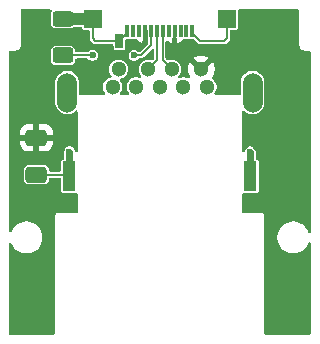
<source format=gbr>
%TF.GenerationSoftware,KiCad,Pcbnew,9.0.7*%
%TF.CreationDate,2026-02-26T13:16:19-05:00*%
%TF.ProjectId,Mouse Dongle Card,4d6f7573-6520-4446-9f6e-676c65204361,X1*%
%TF.SameCoordinates,Original*%
%TF.FileFunction,Copper,L1,Top*%
%TF.FilePolarity,Positive*%
%FSLAX46Y46*%
G04 Gerber Fmt 4.6, Leading zero omitted, Abs format (unit mm)*
G04 Created by KiCad (PCBNEW 9.0.7) date 2026-02-26 13:16:19*
%MOMM*%
%LPD*%
G01*
G04 APERTURE LIST*
G04 Aperture macros list*
%AMRoundRect*
0 Rectangle with rounded corners*
0 $1 Rounding radius*
0 $2 $3 $4 $5 $6 $7 $8 $9 X,Y pos of 4 corners*
0 Add a 4 corners polygon primitive as box body*
4,1,4,$2,$3,$4,$5,$6,$7,$8,$9,$2,$3,0*
0 Add four circle primitives for the rounded corners*
1,1,$1+$1,$2,$3*
1,1,$1+$1,$4,$5*
1,1,$1+$1,$6,$7*
1,1,$1+$1,$8,$9*
0 Add four rect primitives between the rounded corners*
20,1,$1+$1,$2,$3,$4,$5,0*
20,1,$1+$1,$4,$5,$6,$7,0*
20,1,$1+$1,$6,$7,$8,$9,0*
20,1,$1+$1,$8,$9,$2,$3,0*%
G04 Aperture macros list end*
%TA.AperFunction,SMDPad,CuDef*%
%ADD10R,1.500000X1.500000*%
%TD*%
%TA.AperFunction,SMDPad,CuDef*%
%ADD11RoundRect,0.250000X-0.650000X0.412500X-0.650000X-0.412500X0.650000X-0.412500X0.650000X0.412500X0*%
%TD*%
%TA.AperFunction,ComponentPad*%
%ADD12C,1.300000*%
%TD*%
%TA.AperFunction,ComponentPad*%
%ADD13O,1.676400X3.352800*%
%TD*%
%TA.AperFunction,SMDPad,CuDef*%
%ADD14R,1.100000X2.500000*%
%TD*%
%TA.AperFunction,SMDPad,CuDef*%
%ADD15RoundRect,0.250000X0.625000X-0.400000X0.625000X0.400000X-0.625000X0.400000X-0.625000X-0.400000X0*%
%TD*%
%TA.AperFunction,SMDPad,CuDef*%
%ADD16R,0.380000X1.000000*%
%TD*%
%TA.AperFunction,SMDPad,CuDef*%
%ADD17R,0.700000X1.150000*%
%TD*%
%TA.AperFunction,ViaPad*%
%ADD18C,0.500000*%
%TD*%
%TA.AperFunction,ViaPad*%
%ADD19C,0.600000*%
%TD*%
%TA.AperFunction,Conductor*%
%ADD20C,0.400000*%
%TD*%
%TA.AperFunction,Conductor*%
%ADD21C,0.200000*%
%TD*%
%TA.AperFunction,Conductor*%
%ADD22C,0.600000*%
%TD*%
%TA.AperFunction,Conductor*%
%ADD23C,1.000000*%
%TD*%
G04 APERTURE END LIST*
D10*
%TO.P,GP1,1,1*%
%TO.N,GND*%
X102600000Y-121960000D03*
%TD*%
%TO.P,GP3,1,1*%
%TO.N,GND*%
X114000000Y-121960000D03*
%TD*%
D11*
%TO.P,C1,1*%
%TO.N,VBUS*%
X97850000Y-132017500D03*
%TO.P,C1,2*%
%TO.N,GND*%
X97850000Y-135142500D03*
%TD*%
D12*
%TO.P,J1,1,VBUS*%
%TO.N,VBUS*%
X111800000Y-126210000D03*
%TO.P,J1,2,D-*%
%TO.N,/USB_DN*%
X109300000Y-126210000D03*
%TO.P,J1,3,D+*%
%TO.N,/USB_DP*%
X107300000Y-126210000D03*
%TO.P,J1,4,GND*%
%TO.N,GND*%
X104800000Y-126210000D03*
%TO.P,J1,5,STDA_SSRX-*%
%TO.N,unconnected-(J1-STDA_SSRX--Pad5)*%
X104300000Y-127710000D03*
%TO.P,J1,6,STDA_SSRX+*%
%TO.N,unconnected-(J1-STDA_SSRX+-Pad6)*%
X106300000Y-127710000D03*
%TO.P,J1,7,GND_DRAIN*%
%TO.N,GND*%
X108300000Y-127710000D03*
%TO.P,J1,8,STDA_SSTX-*%
%TO.N,unconnected-(J1-STDA_SSTX--Pad8)*%
X110300000Y-127710000D03*
%TO.P,J1,9,STDA_SSTX+*%
%TO.N,unconnected-(J1-STDA_SSTX+-Pad9)*%
X112300000Y-127710000D03*
D13*
%TO.P,J1,S1*%
%TO.N,GND*%
X100450000Y-128190000D03*
%TO.P,J1,S2*%
X116150000Y-128190000D03*
D14*
%TO.P,J1,S3*%
X100650000Y-135290000D03*
%TO.P,J1,S4*%
X115950000Y-135290000D03*
%TD*%
D15*
%TO.P,R2,1*%
%TO.N,Net-(P1-CC)*%
X100100000Y-125050000D03*
%TO.P,R2,2*%
%TO.N,GND*%
X100100000Y-121950000D03*
%TD*%
D16*
%TO.P,P1,A1,GND*%
%TO.N,GND*%
X105550000Y-123000000D03*
%TO.P,P1,A2,TX1+*%
%TO.N,/USB_TX1+*%
X106050000Y-123000000D03*
%TO.P,P1,A3,TX1-*%
%TO.N,/USB_TX1-*%
X106550000Y-123000000D03*
%TO.P,P1,A4,VBUS*%
%TO.N,VBUS*%
X107050000Y-123000000D03*
%TO.P,P1,A5,CC*%
%TO.N,Net-(P1-CC)*%
X107550000Y-123000000D03*
%TO.P,P1,A6,D+*%
%TO.N,/USB_DP*%
X108050000Y-123000000D03*
%TO.P,P1,A7,D-*%
%TO.N,/USB_DN*%
X108550000Y-123000000D03*
%TO.P,P1,A8,SBU1*%
%TO.N,unconnected-(P1-SBU1-PadA8)*%
X109050000Y-123000000D03*
%TO.P,P1,A9,VBUS*%
%TO.N,VBUS*%
X109550000Y-123000000D03*
%TO.P,P1,A10,RX2-*%
%TO.N,unconnected-(P1-RX2--PadA10)*%
X110050000Y-123000000D03*
%TO.P,P1,A11,RX2+*%
%TO.N,unconnected-(P1-RX2+-PadA11)*%
X110550000Y-123000000D03*
%TO.P,P1,A12,GND*%
%TO.N,GND*%
X111050000Y-123000000D03*
D17*
%TO.P,P1,S1,SHIELD*%
X104880000Y-123840000D03*
%TD*%
D18*
%TO.N,VBUS*%
X107050000Y-123950000D03*
X109250000Y-124250000D03*
D19*
%TO.N,GND*%
X115950000Y-133210000D03*
X100650000Y-133200000D03*
D18*
X102158000Y-121531500D03*
X102158000Y-122420500D03*
X114477000Y-121531500D03*
X114477000Y-122420500D03*
X103047000Y-121531500D03*
X113524500Y-122420500D03*
X113524500Y-121531500D03*
X103047000Y-122420500D03*
D19*
%TO.N,Net-(P1-CC)*%
X102600000Y-125050000D03*
X106100000Y-125050000D03*
%TD*%
D20*
%TO.N,VBUS*%
X107050000Y-123950000D02*
X106800000Y-124200000D01*
X106800000Y-124200000D02*
X106400000Y-124200000D01*
X107050000Y-123950000D02*
X107050000Y-123000000D01*
D21*
%TO.N,Net-(P1-CC)*%
X106100000Y-125050000D02*
X106700000Y-125050000D01*
X106700000Y-125050000D02*
X107550000Y-124200000D01*
X107550000Y-124200000D02*
X107550000Y-123000000D01*
X102600000Y-125050000D02*
X100100000Y-125050000D01*
D22*
%TO.N,GND*%
X115950000Y-133210000D02*
X115950000Y-135300000D01*
X100650000Y-133200000D02*
X100650000Y-135290000D01*
D21*
X105550000Y-123170000D02*
X104880000Y-123840000D01*
X111050000Y-123000000D02*
X111050000Y-123150000D01*
X100502500Y-135142500D02*
X100650000Y-135290000D01*
X114000000Y-123590000D02*
X114000000Y-121960000D01*
X111050000Y-123170000D02*
X111720000Y-123840000D01*
X97850000Y-135142500D02*
X100502500Y-135142500D01*
X113750000Y-123840000D02*
X114000000Y-123590000D01*
D23*
X100100000Y-121950000D02*
X102590000Y-121950000D01*
D21*
X111720000Y-123840000D02*
X113750000Y-123840000D01*
X102600000Y-123590000D02*
X102600000Y-121960000D01*
D23*
X102590000Y-121950000D02*
X102600000Y-121960000D01*
D21*
X105550000Y-123000000D02*
X105550000Y-123170000D01*
X102850000Y-123840000D02*
X102600000Y-123590000D01*
X104880000Y-123840000D02*
X102850000Y-123840000D01*
%TO.N,/USB_DN*%
X108550000Y-123750001D02*
X108525000Y-123775001D01*
X108525000Y-125435000D02*
X109300000Y-126210000D01*
X108525000Y-123775001D02*
X108525000Y-125435000D01*
X108550000Y-123000000D02*
X108550000Y-123750001D01*
%TO.N,/USB_DP*%
X108050000Y-123000000D02*
X108050000Y-123750001D01*
X108075000Y-125435000D02*
X107300000Y-126210000D01*
X108050000Y-123750001D02*
X108075000Y-123775001D01*
X108075000Y-123775001D02*
X108075000Y-125435000D01*
%TO.N,Net-(P1-CC)*%
X100100000Y-125450000D02*
X100100000Y-125050000D01*
%TD*%
%TA.AperFunction,Conductor*%
%TO.N,VBUS*%
G36*
X99091060Y-121170185D02*
G01*
X99136815Y-121222989D01*
X99146759Y-121292147D01*
X99134507Y-121330790D01*
X99087043Y-121423945D01*
X99087041Y-121423949D01*
X99072100Y-121518286D01*
X99072100Y-122381713D01*
X99087041Y-122476050D01*
X99087042Y-122476053D01*
X99087043Y-122476055D01*
X99144984Y-122589771D01*
X99144985Y-122589772D01*
X99144988Y-122589776D01*
X99235223Y-122680011D01*
X99235227Y-122680014D01*
X99235229Y-122680016D01*
X99348945Y-122737957D01*
X99348947Y-122737957D01*
X99348949Y-122737958D01*
X99443287Y-122752900D01*
X99443292Y-122752900D01*
X100756713Y-122752900D01*
X100851050Y-122737958D01*
X100851050Y-122737957D01*
X100851055Y-122737957D01*
X100964771Y-122680016D01*
X101005567Y-122639220D01*
X101066890Y-122605734D01*
X101093249Y-122602900D01*
X101573101Y-122602900D01*
X101640140Y-122622585D01*
X101685895Y-122675389D01*
X101695404Y-122719102D01*
X101696504Y-122718994D01*
X101697100Y-122725053D01*
X101705972Y-122769658D01*
X101705973Y-122769661D01*
X101737175Y-122816357D01*
X101739766Y-122820234D01*
X101790342Y-122854028D01*
X101790343Y-122854028D01*
X101790345Y-122854029D01*
X101812642Y-122858464D01*
X101834943Y-122862900D01*
X102223100Y-122862899D01*
X102290139Y-122882583D01*
X102335894Y-122935387D01*
X102347100Y-122986899D01*
X102347100Y-123539692D01*
X102347099Y-123539695D01*
X102347099Y-123640305D01*
X102363047Y-123678806D01*
X102369353Y-123694032D01*
X102369354Y-123694033D01*
X102385600Y-123733256D01*
X102466947Y-123814603D01*
X102466957Y-123814611D01*
X102635600Y-123983254D01*
X102635601Y-123983257D01*
X102706743Y-124054399D01*
X102753219Y-124073649D01*
X102799695Y-124092901D01*
X102799696Y-124092901D01*
X102914739Y-124092901D01*
X102914747Y-124092900D01*
X104253101Y-124092900D01*
X104320140Y-124112585D01*
X104365895Y-124165389D01*
X104377101Y-124216900D01*
X104377101Y-124430056D01*
X104377102Y-124430059D01*
X104385972Y-124474658D01*
X104385973Y-124474661D01*
X104418907Y-124523949D01*
X104419766Y-124525234D01*
X104470342Y-124559028D01*
X104470343Y-124559028D01*
X104470345Y-124559029D01*
X104492642Y-124563464D01*
X104514943Y-124567900D01*
X105245056Y-124567899D01*
X105289658Y-124559028D01*
X105340234Y-124525234D01*
X105374028Y-124474658D01*
X105374058Y-124474510D01*
X105380190Y-124443681D01*
X105382900Y-124430057D01*
X105382899Y-123776898D01*
X105402583Y-123709860D01*
X105455387Y-123664105D01*
X105506899Y-123652899D01*
X105755056Y-123652899D01*
X105775806Y-123648772D01*
X105824189Y-123648772D01*
X105834136Y-123650750D01*
X105844943Y-123652900D01*
X106255056Y-123652899D01*
X106271022Y-123649723D01*
X106340611Y-123655949D01*
X106395789Y-123698811D01*
X106411394Y-123728005D01*
X106416648Y-123742091D01*
X106416648Y-123742092D01*
X106502809Y-123857187D01*
X106502812Y-123857190D01*
X106617906Y-123943350D01*
X106617913Y-123943354D01*
X106752620Y-123993596D01*
X106752627Y-123993598D01*
X106812155Y-123999999D01*
X106812172Y-124000000D01*
X106860000Y-124000000D01*
X106860000Y-123633233D01*
X106862550Y-123624547D01*
X106861262Y-123615587D01*
X106878030Y-123571827D01*
X106879685Y-123566194D01*
X106880440Y-123565539D01*
X106880900Y-123564340D01*
X106884028Y-123559658D01*
X106884028Y-123559656D01*
X106892900Y-123515057D01*
X106892899Y-123123997D01*
X106895449Y-123115313D01*
X106894161Y-123106353D01*
X106905138Y-123082316D01*
X106912583Y-123056961D01*
X106919425Y-123051032D01*
X106923186Y-123042797D01*
X106945417Y-123028510D01*
X106965387Y-123011206D01*
X106975902Y-123008918D01*
X106981964Y-123005023D01*
X107016899Y-123000000D01*
X107083101Y-123000000D01*
X107150140Y-123019685D01*
X107195895Y-123072489D01*
X107207100Y-123123998D01*
X107207101Y-123515056D01*
X107215972Y-123559656D01*
X107215972Y-123559657D01*
X107215972Y-123559659D01*
X107219100Y-123564339D01*
X107222137Y-123574037D01*
X107228794Y-123581720D01*
X107232402Y-123606819D01*
X107239980Y-123631015D01*
X107240000Y-123633232D01*
X107240000Y-124009568D01*
X107261976Y-124049814D01*
X107256992Y-124119506D01*
X107228491Y-124163853D01*
X106631565Y-124760781D01*
X106604637Y-124775484D01*
X106578819Y-124792077D01*
X106572618Y-124792968D01*
X106570242Y-124794266D01*
X106543884Y-124797100D01*
X106538959Y-124797100D01*
X106471920Y-124777415D01*
X106451278Y-124760781D01*
X106378089Y-124687592D01*
X106378087Y-124687590D01*
X106314660Y-124650970D01*
X106274814Y-124627964D01*
X106216301Y-124612286D01*
X106159625Y-124597100D01*
X106040375Y-124597100D01*
X105925185Y-124627964D01*
X105821913Y-124687590D01*
X105821910Y-124687592D01*
X105737592Y-124771910D01*
X105737590Y-124771913D01*
X105677964Y-124875185D01*
X105647100Y-124990375D01*
X105647100Y-125109624D01*
X105677964Y-125224814D01*
X105685527Y-125237913D01*
X105737590Y-125328087D01*
X105821913Y-125412410D01*
X105925187Y-125472036D01*
X106040375Y-125502900D01*
X106040377Y-125502900D01*
X106159623Y-125502900D01*
X106159625Y-125502900D01*
X106274813Y-125472036D01*
X106378087Y-125412410D01*
X106451278Y-125339219D01*
X106478205Y-125324515D01*
X106504024Y-125307923D01*
X106510224Y-125307031D01*
X106512601Y-125305734D01*
X106538959Y-125302900D01*
X106635253Y-125302900D01*
X106635261Y-125302901D01*
X106649695Y-125302901D01*
X106750305Y-125302901D01*
X106788806Y-125286952D01*
X106843257Y-125264399D01*
X106914399Y-125193257D01*
X106914399Y-125193254D01*
X106926314Y-125181340D01*
X106926317Y-125181335D01*
X107610420Y-124497232D01*
X107671742Y-124463749D01*
X107741434Y-124468733D01*
X107797367Y-124510605D01*
X107821784Y-124576069D01*
X107822100Y-124584915D01*
X107822100Y-125278883D01*
X107802415Y-125345922D01*
X107785785Y-125366559D01*
X107745245Y-125407100D01*
X107720199Y-125432146D01*
X107658875Y-125465630D01*
X107589184Y-125460645D01*
X107585067Y-125459026D01*
X107534197Y-125437955D01*
X107534193Y-125437954D01*
X107534189Y-125437952D01*
X107379082Y-125407100D01*
X107379079Y-125407100D01*
X107220921Y-125407100D01*
X107220918Y-125407100D01*
X107065810Y-125437952D01*
X107065810Y-125437953D01*
X107065807Y-125437954D01*
X107065803Y-125437955D01*
X107014933Y-125459026D01*
X106961731Y-125481062D01*
X106961711Y-125481070D01*
X106919684Y-125498479D01*
X106912900Y-125503011D01*
X106912893Y-125503015D01*
X106788177Y-125586349D01*
X106676349Y-125698177D01*
X106676346Y-125698181D01*
X106588482Y-125829677D01*
X106588475Y-125829690D01*
X106527955Y-125975801D01*
X106527952Y-125975810D01*
X106497100Y-126130916D01*
X106497100Y-126289083D01*
X106527952Y-126444189D01*
X106527955Y-126444198D01*
X106588475Y-126590309D01*
X106588482Y-126590322D01*
X106676346Y-126721818D01*
X106676349Y-126721822D01*
X106705025Y-126750498D01*
X106738510Y-126811821D01*
X106733526Y-126881513D01*
X106691654Y-126937446D01*
X106626190Y-126961863D01*
X106569894Y-126952741D01*
X106534197Y-126937955D01*
X106534193Y-126937954D01*
X106534189Y-126937952D01*
X106379082Y-126907100D01*
X106379079Y-126907100D01*
X106220921Y-126907100D01*
X106220918Y-126907100D01*
X106065810Y-126937952D01*
X106065801Y-126937955D01*
X105919690Y-126998475D01*
X105919677Y-126998482D01*
X105788181Y-127086346D01*
X105788177Y-127086349D01*
X105676349Y-127198177D01*
X105676346Y-127198181D01*
X105588482Y-127329677D01*
X105588475Y-127329690D01*
X105527955Y-127475801D01*
X105527952Y-127475810D01*
X105497100Y-127630916D01*
X105497100Y-127789083D01*
X105527952Y-127944189D01*
X105527955Y-127944198D01*
X105588475Y-128090309D01*
X105588482Y-128090321D01*
X105659502Y-128196609D01*
X105680380Y-128263286D01*
X105661896Y-128330666D01*
X105609917Y-128377357D01*
X105556400Y-128389500D01*
X105043600Y-128389500D01*
X104976561Y-128369815D01*
X104930806Y-128317011D01*
X104920862Y-128247853D01*
X104940498Y-128196609D01*
X104951421Y-128180260D01*
X105011521Y-128090316D01*
X105072045Y-127944197D01*
X105102900Y-127789079D01*
X105102900Y-127630921D01*
X105102900Y-127630918D01*
X105102899Y-127630916D01*
X105072047Y-127475810D01*
X105072044Y-127475801D01*
X105011524Y-127329690D01*
X105011517Y-127329677D01*
X104923653Y-127198181D01*
X104919788Y-127193471D01*
X104921340Y-127192196D01*
X104892272Y-127138961D01*
X104897256Y-127069269D01*
X104939128Y-127013336D01*
X104989244Y-126990986D01*
X105034197Y-126982045D01*
X105180316Y-126921521D01*
X105311819Y-126833653D01*
X105423653Y-126721819D01*
X105511521Y-126590316D01*
X105514981Y-126581964D01*
X105553044Y-126490070D01*
X105572045Y-126444197D01*
X105575883Y-126424905D01*
X105602899Y-126289083D01*
X105602900Y-126289081D01*
X105602900Y-126130918D01*
X105602899Y-126130916D01*
X105572047Y-125975810D01*
X105572044Y-125975801D01*
X105511524Y-125829690D01*
X105511517Y-125829677D01*
X105423653Y-125698181D01*
X105423650Y-125698177D01*
X105311822Y-125586349D01*
X105311818Y-125586346D01*
X105180322Y-125498482D01*
X105180309Y-125498475D01*
X105034198Y-125437955D01*
X105034189Y-125437952D01*
X104879082Y-125407100D01*
X104879079Y-125407100D01*
X104720921Y-125407100D01*
X104720918Y-125407100D01*
X104565810Y-125437952D01*
X104565801Y-125437955D01*
X104419690Y-125498475D01*
X104419677Y-125498482D01*
X104288181Y-125586346D01*
X104288177Y-125586349D01*
X104176349Y-125698177D01*
X104176346Y-125698181D01*
X104088482Y-125829677D01*
X104088475Y-125829690D01*
X104027955Y-125975801D01*
X104027952Y-125975810D01*
X103997100Y-126130916D01*
X103997100Y-126289083D01*
X104027952Y-126444189D01*
X104027955Y-126444198D01*
X104088475Y-126590309D01*
X104088482Y-126590322D01*
X104176346Y-126721818D01*
X104180212Y-126726529D01*
X104178658Y-126727803D01*
X104207727Y-126781038D01*
X104202743Y-126850730D01*
X104160871Y-126906663D01*
X104110754Y-126929013D01*
X104065807Y-126937953D01*
X104065801Y-126937955D01*
X103919690Y-126998475D01*
X103919677Y-126998482D01*
X103788181Y-127086346D01*
X103788177Y-127086349D01*
X103676349Y-127198177D01*
X103676346Y-127198181D01*
X103588482Y-127329677D01*
X103588475Y-127329690D01*
X103527955Y-127475801D01*
X103527952Y-127475810D01*
X103497100Y-127630916D01*
X103497100Y-127789083D01*
X103527952Y-127944189D01*
X103527955Y-127944198D01*
X103588475Y-128090309D01*
X103588482Y-128090321D01*
X103659502Y-128196609D01*
X103680380Y-128263286D01*
X103661896Y-128330666D01*
X103609917Y-128377357D01*
X103556400Y-128389500D01*
X101671223Y-128389500D01*
X101597193Y-128409336D01*
X101527343Y-128407673D01*
X101469481Y-128368510D01*
X101441977Y-128304281D01*
X101441100Y-128289561D01*
X101441100Y-127254184D01*
X101441099Y-127254180D01*
X101418635Y-127141245D01*
X101403013Y-127062707D01*
X101398227Y-127051153D01*
X101328305Y-126882344D01*
X101328298Y-126882331D01*
X101219838Y-126720010D01*
X101219835Y-126720006D01*
X101081793Y-126581964D01*
X101081789Y-126581961D01*
X100919468Y-126473501D01*
X100919455Y-126473494D01*
X100739097Y-126398788D01*
X100739085Y-126398785D01*
X100547619Y-126360700D01*
X100547615Y-126360700D01*
X100352385Y-126360700D01*
X100352380Y-126360700D01*
X100160914Y-126398785D01*
X100160902Y-126398788D01*
X99980544Y-126473494D01*
X99980531Y-126473501D01*
X99818210Y-126581961D01*
X99818206Y-126581964D01*
X99680164Y-126720006D01*
X99680161Y-126720010D01*
X99571701Y-126882331D01*
X99571694Y-126882344D01*
X99496988Y-127062702D01*
X99496985Y-127062714D01*
X99458900Y-127254180D01*
X99458900Y-129125819D01*
X99496985Y-129317285D01*
X99496988Y-129317297D01*
X99571694Y-129497655D01*
X99571701Y-129497668D01*
X99680161Y-129659989D01*
X99680164Y-129659993D01*
X99818206Y-129798035D01*
X99818210Y-129798038D01*
X99980531Y-129906498D01*
X99980544Y-129906505D01*
X100160902Y-129981211D01*
X100160907Y-129981213D01*
X100352380Y-130019299D01*
X100352384Y-130019300D01*
X100352385Y-130019300D01*
X100547616Y-130019300D01*
X100547617Y-130019299D01*
X100739093Y-129981213D01*
X100919462Y-129906502D01*
X101081790Y-129798038D01*
X101081793Y-129798035D01*
X101137819Y-129742010D01*
X101199142Y-129708525D01*
X101268834Y-129713509D01*
X101324767Y-129755381D01*
X101349184Y-129820845D01*
X101349500Y-129829691D01*
X101349500Y-133121615D01*
X101329815Y-133188654D01*
X101277011Y-133234409D01*
X101207853Y-133244353D01*
X101144297Y-133215328D01*
X101106523Y-133156550D01*
X101103869Y-133143992D01*
X101074715Y-133035187D01*
X101072036Y-133025187D01*
X101012410Y-132921913D01*
X100928087Y-132837590D01*
X100876450Y-132807777D01*
X100824814Y-132777964D01*
X100746946Y-132757100D01*
X100709625Y-132747100D01*
X100590375Y-132747100D01*
X100475185Y-132777964D01*
X100371913Y-132837590D01*
X100371910Y-132837592D01*
X100287592Y-132921910D01*
X100287590Y-132921913D01*
X100227964Y-133025185D01*
X100197100Y-133140375D01*
X100197100Y-133763667D01*
X100177415Y-133830706D01*
X100124611Y-133876461D01*
X100090848Y-133885563D01*
X100090918Y-133885913D01*
X100085708Y-133886949D01*
X100085264Y-133887069D01*
X100084950Y-133887099D01*
X100040341Y-133895972D01*
X100040338Y-133895973D01*
X99989766Y-133929765D01*
X99955971Y-133980343D01*
X99955970Y-133980345D01*
X99947100Y-134024940D01*
X99947100Y-134765600D01*
X99927415Y-134832639D01*
X99874611Y-134878394D01*
X99823100Y-134889600D01*
X99026900Y-134889600D01*
X98959861Y-134869915D01*
X98914106Y-134817111D01*
X98902900Y-134765600D01*
X98902900Y-134698286D01*
X98887958Y-134603949D01*
X98887957Y-134603947D01*
X98887957Y-134603945D01*
X98830016Y-134490229D01*
X98830014Y-134490227D01*
X98830011Y-134490223D01*
X98739776Y-134399988D01*
X98739772Y-134399985D01*
X98739771Y-134399984D01*
X98626055Y-134342043D01*
X98626053Y-134342042D01*
X98626050Y-134342041D01*
X98531713Y-134327100D01*
X98531708Y-134327100D01*
X97168292Y-134327100D01*
X97168287Y-134327100D01*
X97073949Y-134342041D01*
X96960227Y-134399985D01*
X96960223Y-134399988D01*
X96869988Y-134490223D01*
X96869985Y-134490227D01*
X96812041Y-134603949D01*
X96797100Y-134698286D01*
X96797100Y-135586713D01*
X96812041Y-135681050D01*
X96812042Y-135681053D01*
X96812043Y-135681055D01*
X96869984Y-135794771D01*
X96869985Y-135794772D01*
X96869988Y-135794776D01*
X96960223Y-135885011D01*
X96960227Y-135885014D01*
X96960229Y-135885016D01*
X97073945Y-135942957D01*
X97073947Y-135942957D01*
X97073949Y-135942958D01*
X97168287Y-135957900D01*
X97168292Y-135957900D01*
X98531713Y-135957900D01*
X98626050Y-135942958D01*
X98626050Y-135942957D01*
X98626055Y-135942957D01*
X98739771Y-135885016D01*
X98830016Y-135794771D01*
X98887957Y-135681055D01*
X98887958Y-135681050D01*
X98902900Y-135586713D01*
X98902900Y-135519400D01*
X98922585Y-135452361D01*
X98975389Y-135406606D01*
X99026900Y-135395400D01*
X99823101Y-135395400D01*
X99890140Y-135415085D01*
X99935895Y-135467889D01*
X99947101Y-135519400D01*
X99947101Y-136555056D01*
X99947102Y-136555059D01*
X99955972Y-136599658D01*
X99955973Y-136599661D01*
X99989765Y-136650233D01*
X99989766Y-136650234D01*
X100040342Y-136684028D01*
X100040343Y-136684028D01*
X100040345Y-136684029D01*
X100062642Y-136688464D01*
X100084943Y-136692900D01*
X101215056Y-136692899D01*
X101221147Y-136692899D01*
X101221147Y-136694548D01*
X101281985Y-136706082D01*
X101332698Y-136754144D01*
X101349500Y-136816470D01*
X101349500Y-138265500D01*
X101329815Y-138332539D01*
X101277011Y-138378294D01*
X101225500Y-138389500D01*
X99610116Y-138389500D01*
X99536425Y-138420024D01*
X99480024Y-138476425D01*
X99449500Y-138550116D01*
X99449500Y-148565500D01*
X99429815Y-148632539D01*
X99377011Y-148678294D01*
X99325500Y-148689500D01*
X95635555Y-148689500D01*
X95568516Y-148669815D01*
X95522761Y-148617011D01*
X95511555Y-148565475D01*
X95512914Y-141810500D01*
X95513070Y-141032937D01*
X95532768Y-140965906D01*
X95585581Y-140920161D01*
X95654742Y-140910232D01*
X95718292Y-140939269D01*
X95747555Y-140976671D01*
X95844951Y-141167819D01*
X95969890Y-141339786D01*
X96120213Y-141490109D01*
X96292179Y-141615048D01*
X96292181Y-141615049D01*
X96292184Y-141615051D01*
X96481588Y-141711557D01*
X96683757Y-141777246D01*
X96893713Y-141810500D01*
X96893714Y-141810500D01*
X97106286Y-141810500D01*
X97106287Y-141810500D01*
X97316243Y-141777246D01*
X97518412Y-141711557D01*
X97707816Y-141615051D01*
X97729789Y-141599086D01*
X97879786Y-141490109D01*
X97879788Y-141490106D01*
X97879792Y-141490104D01*
X98030104Y-141339792D01*
X98030106Y-141339788D01*
X98030109Y-141339786D01*
X98155048Y-141167820D01*
X98155049Y-141167819D01*
X98155051Y-141167816D01*
X98251557Y-140978412D01*
X98317246Y-140776243D01*
X98350500Y-140566287D01*
X98350500Y-140353713D01*
X98317246Y-140143757D01*
X98251557Y-139941588D01*
X98155051Y-139752184D01*
X98155049Y-139752181D01*
X98155048Y-139752179D01*
X98030109Y-139580213D01*
X97879786Y-139429890D01*
X97707820Y-139304951D01*
X97518414Y-139208444D01*
X97518413Y-139208443D01*
X97518412Y-139208443D01*
X97316243Y-139142754D01*
X97316241Y-139142753D01*
X97316240Y-139142753D01*
X97154957Y-139117208D01*
X97106287Y-139109500D01*
X96893713Y-139109500D01*
X96845042Y-139117208D01*
X96683760Y-139142753D01*
X96481585Y-139208444D01*
X96292179Y-139304951D01*
X96120213Y-139429890D01*
X95969890Y-139580213D01*
X95844951Y-139752180D01*
X95747786Y-139942875D01*
X95699811Y-139993671D01*
X95631990Y-140010466D01*
X95565855Y-139987928D01*
X95522404Y-139933213D01*
X95513301Y-139886558D01*
X95514792Y-132479986D01*
X96450001Y-132479986D01*
X96460494Y-132582697D01*
X96515641Y-132749119D01*
X96515643Y-132749124D01*
X96607684Y-132898345D01*
X96731654Y-133022315D01*
X96880875Y-133114356D01*
X96880880Y-133114358D01*
X97047302Y-133169505D01*
X97047309Y-133169506D01*
X97150019Y-133179999D01*
X97599999Y-133179999D01*
X98100000Y-133179999D01*
X98549972Y-133179999D01*
X98549986Y-133179998D01*
X98652697Y-133169505D01*
X98819119Y-133114358D01*
X98819124Y-133114356D01*
X98968345Y-133022315D01*
X99092315Y-132898345D01*
X99184356Y-132749124D01*
X99184358Y-132749119D01*
X99239505Y-132582697D01*
X99239506Y-132582690D01*
X99249999Y-132479986D01*
X99250000Y-132479973D01*
X99250000Y-132267500D01*
X98100000Y-132267500D01*
X98100000Y-133179999D01*
X97599999Y-133179999D01*
X97600000Y-133179998D01*
X97600000Y-132267500D01*
X96450001Y-132267500D01*
X96450001Y-132479986D01*
X95514792Y-132479986D01*
X95514978Y-131555013D01*
X96450000Y-131555013D01*
X96450000Y-131767500D01*
X97600000Y-131767500D01*
X98100000Y-131767500D01*
X99249999Y-131767500D01*
X99249999Y-131555028D01*
X99249998Y-131555013D01*
X99239505Y-131452302D01*
X99184358Y-131285880D01*
X99184356Y-131285875D01*
X99092315Y-131136654D01*
X98968345Y-131012684D01*
X98819124Y-130920643D01*
X98819119Y-130920641D01*
X98652697Y-130865494D01*
X98652690Y-130865493D01*
X98549986Y-130855000D01*
X98100000Y-130855000D01*
X98100000Y-131767500D01*
X97600000Y-131767500D01*
X97600000Y-130855000D01*
X97150028Y-130855000D01*
X97150012Y-130855001D01*
X97047302Y-130865494D01*
X96880880Y-130920641D01*
X96880875Y-130920643D01*
X96731654Y-131012684D01*
X96607684Y-131136654D01*
X96515643Y-131285875D01*
X96515641Y-131285880D01*
X96460494Y-131452302D01*
X96460493Y-131452309D01*
X96450000Y-131555013D01*
X95514978Y-131555013D01*
X95516339Y-124797100D01*
X95516343Y-124785095D01*
X95516350Y-124785082D01*
X95516350Y-124769969D01*
X95526605Y-124735095D01*
X95536035Y-124702982D01*
X95536053Y-124702965D01*
X95536062Y-124702938D01*
X95564562Y-124678263D01*
X95588839Y-124657227D01*
X95588866Y-124657221D01*
X95588885Y-124657205D01*
X95589066Y-124657179D01*
X95641854Y-124646030D01*
X95957203Y-124649860D01*
X95963950Y-124650566D01*
X96011083Y-124650549D01*
X96011083Y-124650550D01*
X96013878Y-124650549D01*
X96048494Y-124650970D01*
X96049558Y-124650543D01*
X96050844Y-124650542D01*
X96067476Y-124650541D01*
X96177429Y-124625428D01*
X96192255Y-124618286D01*
X99072100Y-124618286D01*
X99072100Y-125481713D01*
X99087041Y-125576050D01*
X99087042Y-125576053D01*
X99087043Y-125576055D01*
X99144984Y-125689771D01*
X99144985Y-125689772D01*
X99144988Y-125689776D01*
X99235223Y-125780011D01*
X99235227Y-125780014D01*
X99235229Y-125780016D01*
X99348945Y-125837957D01*
X99348947Y-125837957D01*
X99348949Y-125837958D01*
X99443287Y-125852900D01*
X99443292Y-125852900D01*
X100756713Y-125852900D01*
X100851050Y-125837958D01*
X100851050Y-125837957D01*
X100851055Y-125837957D01*
X100964771Y-125780016D01*
X101055016Y-125689771D01*
X101112957Y-125576055D01*
X101116662Y-125552663D01*
X101127900Y-125481713D01*
X101127900Y-125426900D01*
X101147585Y-125359861D01*
X101200389Y-125314106D01*
X101251900Y-125302900D01*
X102161041Y-125302900D01*
X102228080Y-125322585D01*
X102248722Y-125339219D01*
X102321913Y-125412410D01*
X102425187Y-125472036D01*
X102540375Y-125502900D01*
X102540377Y-125502900D01*
X102659623Y-125502900D01*
X102659625Y-125502900D01*
X102774813Y-125472036D01*
X102878087Y-125412410D01*
X102962410Y-125328087D01*
X103022036Y-125224813D01*
X103052900Y-125109625D01*
X103052900Y-124990375D01*
X103022036Y-124875187D01*
X102962410Y-124771913D01*
X102878087Y-124687590D01*
X102814660Y-124650970D01*
X102774814Y-124627964D01*
X102716301Y-124612286D01*
X102659625Y-124597100D01*
X102540375Y-124597100D01*
X102425185Y-124627964D01*
X102321913Y-124687590D01*
X102321910Y-124687592D01*
X102248722Y-124760781D01*
X102187399Y-124794266D01*
X102161041Y-124797100D01*
X101251900Y-124797100D01*
X101184861Y-124777415D01*
X101139106Y-124724611D01*
X101127900Y-124673100D01*
X101127900Y-124618286D01*
X101112958Y-124523949D01*
X101112957Y-124523947D01*
X101112957Y-124523945D01*
X101055016Y-124410229D01*
X101055014Y-124410227D01*
X101055011Y-124410223D01*
X100964776Y-124319988D01*
X100964772Y-124319985D01*
X100964771Y-124319984D01*
X100851055Y-124262043D01*
X100851053Y-124262042D01*
X100851050Y-124262041D01*
X100756713Y-124247100D01*
X100756708Y-124247100D01*
X99443292Y-124247100D01*
X99443287Y-124247100D01*
X99348949Y-124262041D01*
X99235227Y-124319985D01*
X99235223Y-124319988D01*
X99144988Y-124410223D01*
X99144985Y-124410227D01*
X99087041Y-124523949D01*
X99072100Y-124618286D01*
X96192255Y-124618286D01*
X96204712Y-124612286D01*
X96258526Y-124600000D01*
X96300000Y-124600000D01*
X96400000Y-124500000D01*
X96400000Y-124474510D01*
X96417249Y-124445324D01*
X96419007Y-124443681D01*
X96419685Y-124441374D01*
X96427038Y-124431119D01*
X96437525Y-124417968D01*
X96486456Y-124316350D01*
X96486460Y-124316335D01*
X96504746Y-124236207D01*
X96511550Y-124206392D01*
X96511550Y-124150000D01*
X96511550Y-124110118D01*
X96511550Y-121274500D01*
X96531235Y-121207461D01*
X96584039Y-121161706D01*
X96635550Y-121150500D01*
X99024021Y-121150500D01*
X99091060Y-121170185D01*
G37*
%TD.AperFunction*%
%TA.AperFunction,Conductor*%
G36*
X120053589Y-121170185D02*
G01*
X120099344Y-121222989D01*
X120110550Y-121274500D01*
X120110550Y-124201873D01*
X120110599Y-124202368D01*
X120110599Y-124206387D01*
X120135691Y-124316334D01*
X120148655Y-124343257D01*
X120187638Y-124424216D01*
X120184826Y-124425569D01*
X120200000Y-124478147D01*
X120200000Y-124500000D01*
X120300000Y-124600000D01*
X120363688Y-124600000D01*
X120394829Y-124603974D01*
X120406574Y-124607021D01*
X120444687Y-124625381D01*
X120554630Y-124650491D01*
X120571152Y-124650493D01*
X120571168Y-124650500D01*
X120611016Y-124650500D01*
X120611024Y-124650500D01*
X120650899Y-124650507D01*
X120650901Y-124650506D01*
X120662983Y-124650508D01*
X120663076Y-124650500D01*
X120986550Y-124650500D01*
X121053589Y-124670185D01*
X121099344Y-124722989D01*
X121110550Y-124774500D01*
X121110550Y-139955782D01*
X121090865Y-140022821D01*
X121038061Y-140068576D01*
X120968903Y-140078520D01*
X120905347Y-140049495D01*
X120868619Y-139994100D01*
X120868480Y-139993671D01*
X120851557Y-139941588D01*
X120755051Y-139752184D01*
X120755049Y-139752181D01*
X120755048Y-139752179D01*
X120630109Y-139580213D01*
X120479786Y-139429890D01*
X120307820Y-139304951D01*
X120118414Y-139208444D01*
X120118413Y-139208443D01*
X120118412Y-139208443D01*
X119916243Y-139142754D01*
X119916241Y-139142753D01*
X119916240Y-139142753D01*
X119754957Y-139117208D01*
X119706287Y-139109500D01*
X119493713Y-139109500D01*
X119445042Y-139117208D01*
X119283760Y-139142753D01*
X119081585Y-139208444D01*
X118892179Y-139304951D01*
X118720213Y-139429890D01*
X118569890Y-139580213D01*
X118444951Y-139752179D01*
X118348444Y-139941585D01*
X118282753Y-140143760D01*
X118249500Y-140353713D01*
X118249500Y-140566287D01*
X118282754Y-140776243D01*
X118347877Y-140976671D01*
X118348444Y-140978414D01*
X118444951Y-141167820D01*
X118569890Y-141339786D01*
X118720213Y-141490109D01*
X118892179Y-141615048D01*
X118892181Y-141615049D01*
X118892184Y-141615051D01*
X119081588Y-141711557D01*
X119283757Y-141777246D01*
X119493713Y-141810500D01*
X119493714Y-141810500D01*
X119706286Y-141810500D01*
X119706287Y-141810500D01*
X119916243Y-141777246D01*
X120118412Y-141711557D01*
X120307816Y-141615051D01*
X120329789Y-141599086D01*
X120479786Y-141490109D01*
X120479788Y-141490106D01*
X120479792Y-141490104D01*
X120630104Y-141339792D01*
X120630106Y-141339788D01*
X120630109Y-141339786D01*
X120755048Y-141167820D01*
X120755049Y-141167819D01*
X120755051Y-141167816D01*
X120851557Y-140978412D01*
X120868620Y-140925897D01*
X120908056Y-140868224D01*
X120972415Y-140841025D01*
X121041261Y-140852939D01*
X121092737Y-140900183D01*
X121110550Y-140964217D01*
X121110550Y-148565500D01*
X121090865Y-148632539D01*
X121038061Y-148678294D01*
X120986550Y-148689500D01*
X117274500Y-148689500D01*
X117207461Y-148669815D01*
X117161706Y-148617011D01*
X117150500Y-148565500D01*
X117150500Y-138550119D01*
X117150499Y-138550116D01*
X117119976Y-138476426D01*
X117063574Y-138420024D01*
X116989883Y-138389500D01*
X116989882Y-138389500D01*
X115374500Y-138389500D01*
X115307461Y-138369815D01*
X115261706Y-138317011D01*
X115250500Y-138265500D01*
X115250500Y-136816471D01*
X115270185Y-136749432D01*
X115322989Y-136703677D01*
X115378851Y-136694371D01*
X115378851Y-136692900D01*
X115384942Y-136692899D01*
X115384943Y-136692900D01*
X116515056Y-136692899D01*
X116559658Y-136684028D01*
X116610234Y-136650234D01*
X116644028Y-136599658D01*
X116652900Y-136555057D01*
X116652899Y-134024944D01*
X116644028Y-133980342D01*
X116644026Y-133980340D01*
X116644026Y-133980338D01*
X116610234Y-133929766D01*
X116559659Y-133895973D01*
X116559658Y-133895972D01*
X116559657Y-133895971D01*
X116559656Y-133895971D01*
X116559654Y-133895970D01*
X116515052Y-133887098D01*
X116514742Y-133887068D01*
X116514590Y-133887006D01*
X116509082Y-133885911D01*
X116509289Y-133884866D01*
X116449955Y-133860906D01*
X116409598Y-133803870D01*
X116402900Y-133763666D01*
X116402900Y-133150377D01*
X116402900Y-133150375D01*
X116372036Y-133035187D01*
X116312410Y-132931913D01*
X116228087Y-132847590D01*
X116176450Y-132817777D01*
X116124814Y-132787964D01*
X116067219Y-132772532D01*
X116009625Y-132757100D01*
X115890375Y-132757100D01*
X115775185Y-132787964D01*
X115671913Y-132847590D01*
X115671910Y-132847592D01*
X115587592Y-132931910D01*
X115587590Y-132931913D01*
X115527964Y-133035185D01*
X115508352Y-133108380D01*
X115498811Y-133143992D01*
X115494997Y-133158225D01*
X115493058Y-133157705D01*
X115469170Y-133211699D01*
X115410845Y-133250169D01*
X115340980Y-133250999D01*
X115281758Y-133213925D01*
X115251980Y-133150718D01*
X115250500Y-133131615D01*
X115250500Y-129829691D01*
X115270185Y-129762652D01*
X115322989Y-129716897D01*
X115392147Y-129706953D01*
X115455703Y-129735978D01*
X115462181Y-129742010D01*
X115518206Y-129798035D01*
X115518210Y-129798038D01*
X115680531Y-129906498D01*
X115680544Y-129906505D01*
X115860902Y-129981211D01*
X115860907Y-129981213D01*
X116052380Y-130019299D01*
X116052384Y-130019300D01*
X116052385Y-130019300D01*
X116247616Y-130019300D01*
X116247617Y-130019299D01*
X116439093Y-129981213D01*
X116619462Y-129906502D01*
X116781790Y-129798038D01*
X116919838Y-129659990D01*
X117028302Y-129497662D01*
X117103013Y-129317293D01*
X117141100Y-129125815D01*
X117141100Y-127254185D01*
X117103013Y-127062707D01*
X117098227Y-127051153D01*
X117028305Y-126882344D01*
X117028298Y-126882331D01*
X116919838Y-126720010D01*
X116919835Y-126720006D01*
X116781793Y-126581964D01*
X116781789Y-126581961D01*
X116619468Y-126473501D01*
X116619455Y-126473494D01*
X116439097Y-126398788D01*
X116439085Y-126398785D01*
X116247619Y-126360700D01*
X116247615Y-126360700D01*
X116052385Y-126360700D01*
X116052380Y-126360700D01*
X115860914Y-126398785D01*
X115860902Y-126398788D01*
X115680544Y-126473494D01*
X115680531Y-126473501D01*
X115518210Y-126581961D01*
X115518206Y-126581964D01*
X115380164Y-126720006D01*
X115380161Y-126720010D01*
X115271701Y-126882331D01*
X115271694Y-126882344D01*
X115196988Y-127062702D01*
X115196985Y-127062714D01*
X115158900Y-127254180D01*
X115158900Y-128289561D01*
X115139215Y-128356600D01*
X115086411Y-128402355D01*
X115017253Y-128412299D01*
X115002807Y-128409336D01*
X114972651Y-128401255D01*
X114928777Y-128389500D01*
X114928776Y-128389500D01*
X113043600Y-128389500D01*
X112976561Y-128369815D01*
X112930806Y-128317011D01*
X112920862Y-128247853D01*
X112940498Y-128196609D01*
X112951421Y-128180260D01*
X113011521Y-128090316D01*
X113072045Y-127944197D01*
X113102900Y-127789079D01*
X113102900Y-127630921D01*
X113102900Y-127630918D01*
X113102899Y-127630916D01*
X113072047Y-127475810D01*
X113072044Y-127475801D01*
X113011524Y-127329690D01*
X113011517Y-127329677D01*
X112923653Y-127198181D01*
X112923650Y-127198177D01*
X112811822Y-127086349D01*
X112766206Y-127055869D01*
X112721402Y-127002256D01*
X112712695Y-126932931D01*
X112734780Y-126879881D01*
X112783567Y-126812731D01*
X112865747Y-126651447D01*
X112865748Y-126651444D01*
X112921682Y-126479293D01*
X112950000Y-126300506D01*
X112950000Y-126119493D01*
X112921682Y-125940706D01*
X112865748Y-125768555D01*
X112865747Y-125768552D01*
X112783571Y-125607275D01*
X112783566Y-125607267D01*
X112772085Y-125591466D01*
X112150000Y-126213551D01*
X112150000Y-126163922D01*
X112126148Y-126074905D01*
X112080070Y-125995095D01*
X112014905Y-125929930D01*
X111935095Y-125883852D01*
X111846078Y-125860000D01*
X111753922Y-125860000D01*
X111664905Y-125883852D01*
X111585095Y-125929930D01*
X111519930Y-125995095D01*
X111473852Y-126074905D01*
X111450000Y-126163922D01*
X111450000Y-126213553D01*
X110827913Y-125591466D01*
X110827912Y-125591466D01*
X110816432Y-125607269D01*
X110734254Y-125768547D01*
X110734251Y-125768555D01*
X110678317Y-125940706D01*
X110650000Y-126119493D01*
X110650000Y-126300506D01*
X110678317Y-126479293D01*
X110734251Y-126651444D01*
X110734252Y-126651447D01*
X110818644Y-126817072D01*
X110817461Y-126817674D01*
X110834125Y-126879278D01*
X110813008Y-126945881D01*
X110759235Y-126990493D01*
X110689880Y-126998952D01*
X110662701Y-126991182D01*
X110534198Y-126937955D01*
X110534189Y-126937952D01*
X110379082Y-126907100D01*
X110379079Y-126907100D01*
X110220921Y-126907100D01*
X110220918Y-126907100D01*
X110065810Y-126937952D01*
X110065802Y-126937955D01*
X110030105Y-126952741D01*
X109960636Y-126960208D01*
X109898157Y-126928932D01*
X109862506Y-126868843D01*
X109865001Y-126799018D01*
X109894973Y-126750498D01*
X109923653Y-126721819D01*
X110011521Y-126590316D01*
X110014981Y-126581964D01*
X110053044Y-126490070D01*
X110072045Y-126444197D01*
X110075883Y-126424905D01*
X110102899Y-126289083D01*
X110102900Y-126289081D01*
X110102900Y-126130918D01*
X110102899Y-126130916D01*
X110072047Y-125975810D01*
X110072044Y-125975801D01*
X110011524Y-125829690D01*
X110011517Y-125829677D01*
X109923653Y-125698181D01*
X109923650Y-125698177D01*
X109811822Y-125586349D01*
X109811818Y-125586346D01*
X109680322Y-125498482D01*
X109680309Y-125498475D01*
X109534198Y-125437955D01*
X109534189Y-125437952D01*
X109379082Y-125407100D01*
X109379079Y-125407100D01*
X109220921Y-125407100D01*
X109220918Y-125407100D01*
X109065810Y-125437952D01*
X109065806Y-125437954D01*
X109065804Y-125437954D01*
X109065803Y-125437955D01*
X109031671Y-125452092D01*
X109014932Y-125459026D01*
X108995056Y-125461162D01*
X108976326Y-125468148D01*
X108961027Y-125464819D01*
X108945462Y-125466493D01*
X108927588Y-125457545D01*
X108908053Y-125453296D01*
X108885758Y-125436606D01*
X108882983Y-125435217D01*
X108879799Y-125432145D01*
X108854754Y-125407100D01*
X108814218Y-125366563D01*
X108780734Y-125305239D01*
X108777900Y-125278882D01*
X108777900Y-125237912D01*
X111181466Y-125237912D01*
X111181466Y-125237913D01*
X111800000Y-125856446D01*
X111800001Y-125856446D01*
X112418533Y-125237913D01*
X112402730Y-125226431D01*
X112241447Y-125144252D01*
X112241444Y-125144251D01*
X112069293Y-125088317D01*
X111890506Y-125060000D01*
X111709494Y-125060000D01*
X111530706Y-125088317D01*
X111358555Y-125144251D01*
X111358547Y-125144254D01*
X111197269Y-125226432D01*
X111181466Y-125237912D01*
X108777900Y-125237912D01*
X108777900Y-123929303D01*
X108797585Y-123862264D01*
X108850389Y-123816509D01*
X108919547Y-123806565D01*
X108983103Y-123835590D01*
X109001167Y-123854992D01*
X109002813Y-123857190D01*
X109117906Y-123943350D01*
X109117913Y-123943354D01*
X109252620Y-123993596D01*
X109252627Y-123993598D01*
X109312155Y-123999999D01*
X109312172Y-124000000D01*
X109360000Y-124000000D01*
X109360000Y-123633233D01*
X109362550Y-123624547D01*
X109361262Y-123615587D01*
X109378030Y-123571827D01*
X109379685Y-123566194D01*
X109380440Y-123565539D01*
X109380900Y-123564340D01*
X109384028Y-123559658D01*
X109384028Y-123559656D01*
X109392900Y-123515057D01*
X109392899Y-123123997D01*
X109395449Y-123115313D01*
X109394161Y-123106353D01*
X109405138Y-123082316D01*
X109412583Y-123056961D01*
X109419425Y-123051032D01*
X109423186Y-123042797D01*
X109445417Y-123028510D01*
X109465387Y-123011206D01*
X109475902Y-123008918D01*
X109481964Y-123005023D01*
X109516899Y-123000000D01*
X109583101Y-123000000D01*
X109650140Y-123019685D01*
X109695895Y-123072489D01*
X109707100Y-123123998D01*
X109707101Y-123515056D01*
X109715972Y-123559656D01*
X109715972Y-123559657D01*
X109715972Y-123559659D01*
X109719100Y-123564339D01*
X109722137Y-123574037D01*
X109728794Y-123581720D01*
X109732402Y-123606819D01*
X109739980Y-123631015D01*
X109740000Y-123633232D01*
X109740000Y-124000000D01*
X109787828Y-124000000D01*
X109787844Y-123999999D01*
X109847372Y-123993598D01*
X109847379Y-123993596D01*
X109982086Y-123943354D01*
X109982093Y-123943350D01*
X110097187Y-123857190D01*
X110097190Y-123857187D01*
X110183350Y-123742093D01*
X110188602Y-123728012D01*
X110230472Y-123672077D01*
X110295935Y-123647657D01*
X110328981Y-123649724D01*
X110344943Y-123652900D01*
X110755056Y-123652899D01*
X110775806Y-123648772D01*
X110824189Y-123648772D01*
X110834136Y-123650750D01*
X110844943Y-123652900D01*
X111123883Y-123652899D01*
X111190922Y-123672583D01*
X111211564Y-123689218D01*
X111505599Y-123983253D01*
X111505601Y-123983257D01*
X111576743Y-124054399D01*
X111631193Y-124076952D01*
X111669695Y-124092901D01*
X111669697Y-124092901D01*
X111784739Y-124092901D01*
X111784747Y-124092900D01*
X113699693Y-124092900D01*
X113699695Y-124092901D01*
X113800305Y-124092901D01*
X113838806Y-124076952D01*
X113893257Y-124054399D01*
X113964399Y-123983257D01*
X113964399Y-123983254D01*
X113976312Y-123971342D01*
X113976316Y-123971336D01*
X114125813Y-123821839D01*
X114125820Y-123821835D01*
X114143256Y-123804399D01*
X114143257Y-123804399D01*
X114214399Y-123733257D01*
X114233649Y-123686781D01*
X114252901Y-123640305D01*
X114252901Y-123539695D01*
X114252900Y-123539692D01*
X114252900Y-122986899D01*
X114272585Y-122919860D01*
X114325389Y-122874105D01*
X114376900Y-122862899D01*
X114765055Y-122862899D01*
X114765056Y-122862899D01*
X114809658Y-122854028D01*
X114860234Y-122820234D01*
X114894028Y-122769658D01*
X114902900Y-122725057D01*
X114902899Y-121274499D01*
X114922584Y-121207461D01*
X114975387Y-121161706D01*
X115026899Y-121150500D01*
X119986550Y-121150500D01*
X120053589Y-121170185D01*
G37*
%TD.AperFunction*%
%TD*%
M02*

</source>
